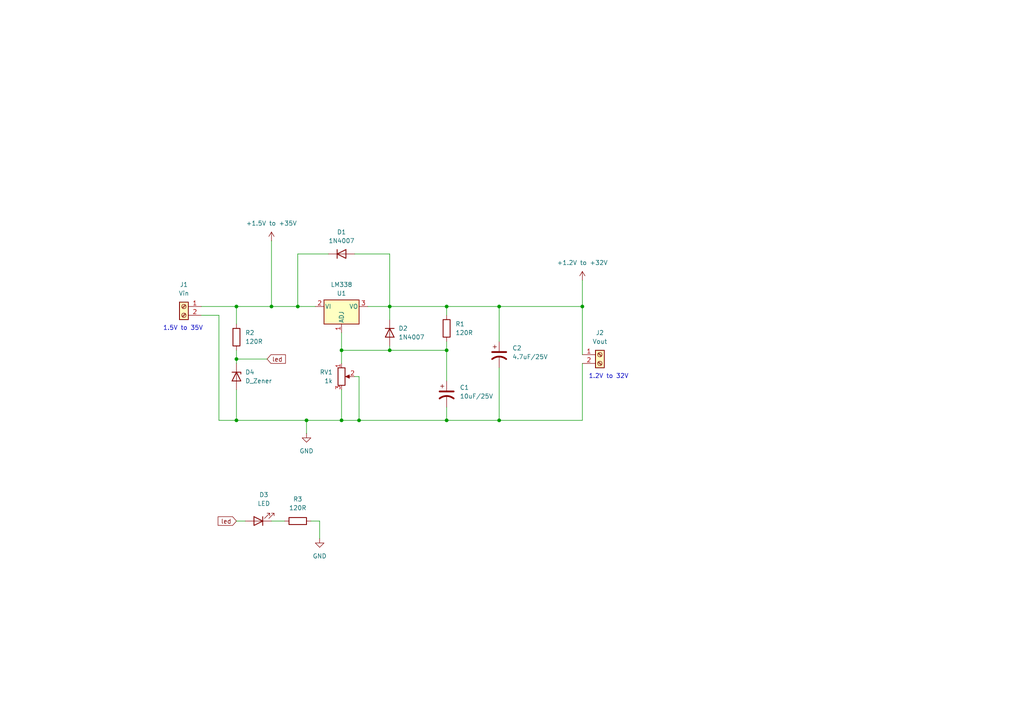
<source format=kicad_sch>
(kicad_sch
	(version 20231120)
	(generator "eeschema")
	(generator_version "8.0")
	(uuid "50a8c730-45ec-464c-af32-18e02e2a843b")
	(paper "A4")
	(lib_symbols
		(symbol "Connector:Screw_Terminal_01x02"
			(pin_names
				(offset 1.016) hide)
			(exclude_from_sim no)
			(in_bom yes)
			(on_board yes)
			(property "Reference" "J"
				(at 0 2.54 0)
				(effects
					(font
						(size 1.27 1.27)
					)
				)
			)
			(property "Value" "Screw_Terminal_01x02"
				(at 0 -5.08 0)
				(effects
					(font
						(size 1.27 1.27)
					)
				)
			)
			(property "Footprint" ""
				(at 0 0 0)
				(effects
					(font
						(size 1.27 1.27)
					)
					(hide yes)
				)
			)
			(property "Datasheet" "~"
				(at 0 0 0)
				(effects
					(font
						(size 1.27 1.27)
					)
					(hide yes)
				)
			)
			(property "Description" "Generic screw terminal, single row, 01x02, script generated (kicad-library-utils/schlib/autogen/connector/)"
				(at 0 0 0)
				(effects
					(font
						(size 1.27 1.27)
					)
					(hide yes)
				)
			)
			(property "ki_keywords" "screw terminal"
				(at 0 0 0)
				(effects
					(font
						(size 1.27 1.27)
					)
					(hide yes)
				)
			)
			(property "ki_fp_filters" "TerminalBlock*:*"
				(at 0 0 0)
				(effects
					(font
						(size 1.27 1.27)
					)
					(hide yes)
				)
			)
			(symbol "Screw_Terminal_01x02_1_1"
				(rectangle
					(start -1.27 1.27)
					(end 1.27 -3.81)
					(stroke
						(width 0.254)
						(type default)
					)
					(fill
						(type background)
					)
				)
				(circle
					(center 0 -2.54)
					(radius 0.635)
					(stroke
						(width 0.1524)
						(type default)
					)
					(fill
						(type none)
					)
				)
				(polyline
					(pts
						(xy -0.5334 -2.2098) (xy 0.3302 -3.048)
					)
					(stroke
						(width 0.1524)
						(type default)
					)
					(fill
						(type none)
					)
				)
				(polyline
					(pts
						(xy -0.5334 0.3302) (xy 0.3302 -0.508)
					)
					(stroke
						(width 0.1524)
						(type default)
					)
					(fill
						(type none)
					)
				)
				(polyline
					(pts
						(xy -0.3556 -2.032) (xy 0.508 -2.8702)
					)
					(stroke
						(width 0.1524)
						(type default)
					)
					(fill
						(type none)
					)
				)
				(polyline
					(pts
						(xy -0.3556 0.508) (xy 0.508 -0.3302)
					)
					(stroke
						(width 0.1524)
						(type default)
					)
					(fill
						(type none)
					)
				)
				(circle
					(center 0 0)
					(radius 0.635)
					(stroke
						(width 0.1524)
						(type default)
					)
					(fill
						(type none)
					)
				)
				(pin passive line
					(at -5.08 0 0)
					(length 3.81)
					(name "Pin_1"
						(effects
							(font
								(size 1.27 1.27)
							)
						)
					)
					(number "1"
						(effects
							(font
								(size 1.27 1.27)
							)
						)
					)
				)
				(pin passive line
					(at -5.08 -2.54 0)
					(length 3.81)
					(name "Pin_2"
						(effects
							(font
								(size 1.27 1.27)
							)
						)
					)
					(number "2"
						(effects
							(font
								(size 1.27 1.27)
							)
						)
					)
				)
			)
		)
		(symbol "Device:C_Polarized_US"
			(pin_numbers hide)
			(pin_names
				(offset 0.254) hide)
			(exclude_from_sim no)
			(in_bom yes)
			(on_board yes)
			(property "Reference" "C"
				(at 0.635 2.54 0)
				(effects
					(font
						(size 1.27 1.27)
					)
					(justify left)
				)
			)
			(property "Value" "C_Polarized_US"
				(at 0.635 -2.54 0)
				(effects
					(font
						(size 1.27 1.27)
					)
					(justify left)
				)
			)
			(property "Footprint" ""
				(at 0 0 0)
				(effects
					(font
						(size 1.27 1.27)
					)
					(hide yes)
				)
			)
			(property "Datasheet" "~"
				(at 0 0 0)
				(effects
					(font
						(size 1.27 1.27)
					)
					(hide yes)
				)
			)
			(property "Description" "Polarized capacitor, US symbol"
				(at 0 0 0)
				(effects
					(font
						(size 1.27 1.27)
					)
					(hide yes)
				)
			)
			(property "ki_keywords" "cap capacitor"
				(at 0 0 0)
				(effects
					(font
						(size 1.27 1.27)
					)
					(hide yes)
				)
			)
			(property "ki_fp_filters" "CP_*"
				(at 0 0 0)
				(effects
					(font
						(size 1.27 1.27)
					)
					(hide yes)
				)
			)
			(symbol "C_Polarized_US_0_1"
				(polyline
					(pts
						(xy -2.032 0.762) (xy 2.032 0.762)
					)
					(stroke
						(width 0.508)
						(type default)
					)
					(fill
						(type none)
					)
				)
				(polyline
					(pts
						(xy -1.778 2.286) (xy -0.762 2.286)
					)
					(stroke
						(width 0)
						(type default)
					)
					(fill
						(type none)
					)
				)
				(polyline
					(pts
						(xy -1.27 1.778) (xy -1.27 2.794)
					)
					(stroke
						(width 0)
						(type default)
					)
					(fill
						(type none)
					)
				)
				(arc
					(start 2.032 -1.27)
					(mid 0 -0.5572)
					(end -2.032 -1.27)
					(stroke
						(width 0.508)
						(type default)
					)
					(fill
						(type none)
					)
				)
			)
			(symbol "C_Polarized_US_1_1"
				(pin passive line
					(at 0 3.81 270)
					(length 2.794)
					(name "~"
						(effects
							(font
								(size 1.27 1.27)
							)
						)
					)
					(number "1"
						(effects
							(font
								(size 1.27 1.27)
							)
						)
					)
				)
				(pin passive line
					(at 0 -3.81 90)
					(length 3.302)
					(name "~"
						(effects
							(font
								(size 1.27 1.27)
							)
						)
					)
					(number "2"
						(effects
							(font
								(size 1.27 1.27)
							)
						)
					)
				)
			)
		)
		(symbol "Device:D_Zener"
			(pin_numbers hide)
			(pin_names
				(offset 1.016) hide)
			(exclude_from_sim no)
			(in_bom yes)
			(on_board yes)
			(property "Reference" "D"
				(at 0 2.54 0)
				(effects
					(font
						(size 1.27 1.27)
					)
				)
			)
			(property "Value" "D_Zener"
				(at 0 -2.54 0)
				(effects
					(font
						(size 1.27 1.27)
					)
				)
			)
			(property "Footprint" ""
				(at 0 0 0)
				(effects
					(font
						(size 1.27 1.27)
					)
					(hide yes)
				)
			)
			(property "Datasheet" "~"
				(at 0 0 0)
				(effects
					(font
						(size 1.27 1.27)
					)
					(hide yes)
				)
			)
			(property "Description" "Zener diode"
				(at 0 0 0)
				(effects
					(font
						(size 1.27 1.27)
					)
					(hide yes)
				)
			)
			(property "ki_keywords" "diode"
				(at 0 0 0)
				(effects
					(font
						(size 1.27 1.27)
					)
					(hide yes)
				)
			)
			(property "ki_fp_filters" "TO-???* *_Diode_* *SingleDiode* D_*"
				(at 0 0 0)
				(effects
					(font
						(size 1.27 1.27)
					)
					(hide yes)
				)
			)
			(symbol "D_Zener_0_1"
				(polyline
					(pts
						(xy 1.27 0) (xy -1.27 0)
					)
					(stroke
						(width 0)
						(type default)
					)
					(fill
						(type none)
					)
				)
				(polyline
					(pts
						(xy -1.27 -1.27) (xy -1.27 1.27) (xy -0.762 1.27)
					)
					(stroke
						(width 0.254)
						(type default)
					)
					(fill
						(type none)
					)
				)
				(polyline
					(pts
						(xy 1.27 -1.27) (xy 1.27 1.27) (xy -1.27 0) (xy 1.27 -1.27)
					)
					(stroke
						(width 0.254)
						(type default)
					)
					(fill
						(type none)
					)
				)
			)
			(symbol "D_Zener_1_1"
				(pin passive line
					(at -3.81 0 0)
					(length 2.54)
					(name "K"
						(effects
							(font
								(size 1.27 1.27)
							)
						)
					)
					(number "1"
						(effects
							(font
								(size 1.27 1.27)
							)
						)
					)
				)
				(pin passive line
					(at 3.81 0 180)
					(length 2.54)
					(name "A"
						(effects
							(font
								(size 1.27 1.27)
							)
						)
					)
					(number "2"
						(effects
							(font
								(size 1.27 1.27)
							)
						)
					)
				)
			)
		)
		(symbol "Device:LED"
			(pin_numbers hide)
			(pin_names
				(offset 1.016) hide)
			(exclude_from_sim no)
			(in_bom yes)
			(on_board yes)
			(property "Reference" "D"
				(at 0 2.54 0)
				(effects
					(font
						(size 1.27 1.27)
					)
				)
			)
			(property "Value" "LED"
				(at 0 -2.54 0)
				(effects
					(font
						(size 1.27 1.27)
					)
				)
			)
			(property "Footprint" ""
				(at 0 0 0)
				(effects
					(font
						(size 1.27 1.27)
					)
					(hide yes)
				)
			)
			(property "Datasheet" "~"
				(at 0 0 0)
				(effects
					(font
						(size 1.27 1.27)
					)
					(hide yes)
				)
			)
			(property "Description" "Light emitting diode"
				(at 0 0 0)
				(effects
					(font
						(size 1.27 1.27)
					)
					(hide yes)
				)
			)
			(property "ki_keywords" "LED diode"
				(at 0 0 0)
				(effects
					(font
						(size 1.27 1.27)
					)
					(hide yes)
				)
			)
			(property "ki_fp_filters" "LED* LED_SMD:* LED_THT:*"
				(at 0 0 0)
				(effects
					(font
						(size 1.27 1.27)
					)
					(hide yes)
				)
			)
			(symbol "LED_0_1"
				(polyline
					(pts
						(xy -1.27 -1.27) (xy -1.27 1.27)
					)
					(stroke
						(width 0.254)
						(type default)
					)
					(fill
						(type none)
					)
				)
				(polyline
					(pts
						(xy -1.27 0) (xy 1.27 0)
					)
					(stroke
						(width 0)
						(type default)
					)
					(fill
						(type none)
					)
				)
				(polyline
					(pts
						(xy 1.27 -1.27) (xy 1.27 1.27) (xy -1.27 0) (xy 1.27 -1.27)
					)
					(stroke
						(width 0.254)
						(type default)
					)
					(fill
						(type none)
					)
				)
				(polyline
					(pts
						(xy -3.048 -0.762) (xy -4.572 -2.286) (xy -3.81 -2.286) (xy -4.572 -2.286) (xy -4.572 -1.524)
					)
					(stroke
						(width 0)
						(type default)
					)
					(fill
						(type none)
					)
				)
				(polyline
					(pts
						(xy -1.778 -0.762) (xy -3.302 -2.286) (xy -2.54 -2.286) (xy -3.302 -2.286) (xy -3.302 -1.524)
					)
					(stroke
						(width 0)
						(type default)
					)
					(fill
						(type none)
					)
				)
			)
			(symbol "LED_1_1"
				(pin passive line
					(at -3.81 0 0)
					(length 2.54)
					(name "K"
						(effects
							(font
								(size 1.27 1.27)
							)
						)
					)
					(number "1"
						(effects
							(font
								(size 1.27 1.27)
							)
						)
					)
				)
				(pin passive line
					(at 3.81 0 180)
					(length 2.54)
					(name "A"
						(effects
							(font
								(size 1.27 1.27)
							)
						)
					)
					(number "2"
						(effects
							(font
								(size 1.27 1.27)
							)
						)
					)
				)
			)
		)
		(symbol "Device:R"
			(pin_numbers hide)
			(pin_names
				(offset 0)
			)
			(exclude_from_sim no)
			(in_bom yes)
			(on_board yes)
			(property "Reference" "R"
				(at 2.032 0 90)
				(effects
					(font
						(size 1.27 1.27)
					)
				)
			)
			(property "Value" "R"
				(at 0 0 90)
				(effects
					(font
						(size 1.27 1.27)
					)
				)
			)
			(property "Footprint" ""
				(at -1.778 0 90)
				(effects
					(font
						(size 1.27 1.27)
					)
					(hide yes)
				)
			)
			(property "Datasheet" "~"
				(at 0 0 0)
				(effects
					(font
						(size 1.27 1.27)
					)
					(hide yes)
				)
			)
			(property "Description" "Resistor"
				(at 0 0 0)
				(effects
					(font
						(size 1.27 1.27)
					)
					(hide yes)
				)
			)
			(property "ki_keywords" "R res resistor"
				(at 0 0 0)
				(effects
					(font
						(size 1.27 1.27)
					)
					(hide yes)
				)
			)
			(property "ki_fp_filters" "R_*"
				(at 0 0 0)
				(effects
					(font
						(size 1.27 1.27)
					)
					(hide yes)
				)
			)
			(symbol "R_0_1"
				(rectangle
					(start -1.016 -2.54)
					(end 1.016 2.54)
					(stroke
						(width 0.254)
						(type default)
					)
					(fill
						(type none)
					)
				)
			)
			(symbol "R_1_1"
				(pin passive line
					(at 0 3.81 270)
					(length 1.27)
					(name "~"
						(effects
							(font
								(size 1.27 1.27)
							)
						)
					)
					(number "1"
						(effects
							(font
								(size 1.27 1.27)
							)
						)
					)
				)
				(pin passive line
					(at 0 -3.81 90)
					(length 1.27)
					(name "~"
						(effects
							(font
								(size 1.27 1.27)
							)
						)
					)
					(number "2"
						(effects
							(font
								(size 1.27 1.27)
							)
						)
					)
				)
			)
		)
		(symbol "Device:R_Potentiometer"
			(pin_names
				(offset 1.016) hide)
			(exclude_from_sim no)
			(in_bom yes)
			(on_board yes)
			(property "Reference" "RV"
				(at -4.445 0 90)
				(effects
					(font
						(size 1.27 1.27)
					)
				)
			)
			(property "Value" "R_Potentiometer"
				(at -2.54 0 90)
				(effects
					(font
						(size 1.27 1.27)
					)
				)
			)
			(property "Footprint" ""
				(at 0 0 0)
				(effects
					(font
						(size 1.27 1.27)
					)
					(hide yes)
				)
			)
			(property "Datasheet" "~"
				(at 0 0 0)
				(effects
					(font
						(size 1.27 1.27)
					)
					(hide yes)
				)
			)
			(property "Description" "Potentiometer"
				(at 0 0 0)
				(effects
					(font
						(size 1.27 1.27)
					)
					(hide yes)
				)
			)
			(property "ki_keywords" "resistor variable"
				(at 0 0 0)
				(effects
					(font
						(size 1.27 1.27)
					)
					(hide yes)
				)
			)
			(property "ki_fp_filters" "Potentiometer*"
				(at 0 0 0)
				(effects
					(font
						(size 1.27 1.27)
					)
					(hide yes)
				)
			)
			(symbol "R_Potentiometer_0_1"
				(polyline
					(pts
						(xy 2.54 0) (xy 1.524 0)
					)
					(stroke
						(width 0)
						(type default)
					)
					(fill
						(type none)
					)
				)
				(polyline
					(pts
						(xy 1.143 0) (xy 2.286 0.508) (xy 2.286 -0.508) (xy 1.143 0)
					)
					(stroke
						(width 0)
						(type default)
					)
					(fill
						(type outline)
					)
				)
				(rectangle
					(start 1.016 2.54)
					(end -1.016 -2.54)
					(stroke
						(width 0.254)
						(type default)
					)
					(fill
						(type none)
					)
				)
			)
			(symbol "R_Potentiometer_1_1"
				(pin passive line
					(at 0 3.81 270)
					(length 1.27)
					(name "1"
						(effects
							(font
								(size 1.27 1.27)
							)
						)
					)
					(number "1"
						(effects
							(font
								(size 1.27 1.27)
							)
						)
					)
				)
				(pin passive line
					(at 3.81 0 180)
					(length 1.27)
					(name "2"
						(effects
							(font
								(size 1.27 1.27)
							)
						)
					)
					(number "2"
						(effects
							(font
								(size 1.27 1.27)
							)
						)
					)
				)
				(pin passive line
					(at 0 -3.81 90)
					(length 1.27)
					(name "3"
						(effects
							(font
								(size 1.27 1.27)
							)
						)
					)
					(number "3"
						(effects
							(font
								(size 1.27 1.27)
							)
						)
					)
				)
			)
		)
		(symbol "Diode:1N4007"
			(pin_numbers hide)
			(pin_names hide)
			(exclude_from_sim no)
			(in_bom yes)
			(on_board yes)
			(property "Reference" "D"
				(at 0 2.54 0)
				(effects
					(font
						(size 1.27 1.27)
					)
				)
			)
			(property "Value" "1N4007"
				(at 0 -2.54 0)
				(effects
					(font
						(size 1.27 1.27)
					)
				)
			)
			(property "Footprint" "Diode_THT:D_DO-41_SOD81_P10.16mm_Horizontal"
				(at 0 -4.445 0)
				(effects
					(font
						(size 1.27 1.27)
					)
					(hide yes)
				)
			)
			(property "Datasheet" "http://www.vishay.com/docs/88503/1n4001.pdf"
				(at 0 0 0)
				(effects
					(font
						(size 1.27 1.27)
					)
					(hide yes)
				)
			)
			(property "Description" "1000V 1A General Purpose Rectifier Diode, DO-41"
				(at 0 0 0)
				(effects
					(font
						(size 1.27 1.27)
					)
					(hide yes)
				)
			)
			(property "Sim.Device" "D"
				(at 0 0 0)
				(effects
					(font
						(size 1.27 1.27)
					)
					(hide yes)
				)
			)
			(property "Sim.Pins" "1=K 2=A"
				(at 0 0 0)
				(effects
					(font
						(size 1.27 1.27)
					)
					(hide yes)
				)
			)
			(property "ki_keywords" "diode"
				(at 0 0 0)
				(effects
					(font
						(size 1.27 1.27)
					)
					(hide yes)
				)
			)
			(property "ki_fp_filters" "D*DO?41*"
				(at 0 0 0)
				(effects
					(font
						(size 1.27 1.27)
					)
					(hide yes)
				)
			)
			(symbol "1N4007_0_1"
				(polyline
					(pts
						(xy -1.27 1.27) (xy -1.27 -1.27)
					)
					(stroke
						(width 0.254)
						(type default)
					)
					(fill
						(type none)
					)
				)
				(polyline
					(pts
						(xy 1.27 0) (xy -1.27 0)
					)
					(stroke
						(width 0)
						(type default)
					)
					(fill
						(type none)
					)
				)
				(polyline
					(pts
						(xy 1.27 1.27) (xy 1.27 -1.27) (xy -1.27 0) (xy 1.27 1.27)
					)
					(stroke
						(width 0.254)
						(type default)
					)
					(fill
						(type none)
					)
				)
			)
			(symbol "1N4007_1_1"
				(pin passive line
					(at -3.81 0 0)
					(length 2.54)
					(name "K"
						(effects
							(font
								(size 1.27 1.27)
							)
						)
					)
					(number "1"
						(effects
							(font
								(size 1.27 1.27)
							)
						)
					)
				)
				(pin passive line
					(at 3.81 0 180)
					(length 2.54)
					(name "A"
						(effects
							(font
								(size 1.27 1.27)
							)
						)
					)
					(number "2"
						(effects
							(font
								(size 1.27 1.27)
							)
						)
					)
				)
			)
		)
		(symbol "Regulator_Linear:LM337_SOT223"
			(pin_names
				(offset 0.254)
			)
			(exclude_from_sim no)
			(in_bom yes)
			(on_board yes)
			(property "Reference" "U"
				(at -3.81 -3.175 0)
				(effects
					(font
						(size 1.27 1.27)
					)
				)
			)
			(property "Value" "LM337_SOT223"
				(at 0 -3.175 0)
				(effects
					(font
						(size 1.27 1.27)
					)
					(justify left)
				)
			)
			(property "Footprint" "Package_TO_SOT_SMD:SOT-223-3_TabPin2"
				(at 0 -5.08 0)
				(effects
					(font
						(size 1.27 1.27)
						(italic yes)
					)
					(hide yes)
				)
			)
			(property "Datasheet" "http://www.ti.com/lit/ds/symlink/lm337-n.pdf"
				(at 0 0 0)
				(effects
					(font
						(size 1.27 1.27)
					)
					(hide yes)
				)
			)
			(property "Description" "Negative 1A 35V Adjustable Linear Regulator, SOT-223"
				(at 0 0 0)
				(effects
					(font
						(size 1.27 1.27)
					)
					(hide yes)
				)
			)
			(property "ki_keywords" "Adjustable Voltage Regulator 1A Negative"
				(at 0 0 0)
				(effects
					(font
						(size 1.27 1.27)
					)
					(hide yes)
				)
			)
			(property "ki_fp_filters" "SOT?223*"
				(at 0 0 0)
				(effects
					(font
						(size 1.27 1.27)
					)
					(hide yes)
				)
			)
			(symbol "LM337_SOT223_0_1"
				(rectangle
					(start -5.08 5.08)
					(end 5.08 -1.905)
					(stroke
						(width 0.254)
						(type default)
					)
					(fill
						(type background)
					)
				)
			)
			(symbol "LM337_SOT223_1_1"
				(pin input line
					(at 0 7.62 270)
					(length 2.54)
					(name "ADJ"
						(effects
							(font
								(size 1.27 1.27)
							)
						)
					)
					(number "1"
						(effects
							(font
								(size 1.27 1.27)
							)
						)
					)
				)
				(pin power_in line
					(at -7.62 0 0)
					(length 2.54)
					(name "VI"
						(effects
							(font
								(size 1.27 1.27)
							)
						)
					)
					(number "2"
						(effects
							(font
								(size 1.27 1.27)
							)
						)
					)
				)
				(pin power_out line
					(at 7.62 0 180)
					(length 2.54)
					(name "VO"
						(effects
							(font
								(size 1.27 1.27)
							)
						)
					)
					(number "3"
						(effects
							(font
								(size 1.27 1.27)
							)
						)
					)
				)
			)
		)
		(symbol "power:+5V"
			(power)
			(pin_numbers hide)
			(pin_names
				(offset 0) hide)
			(exclude_from_sim no)
			(in_bom yes)
			(on_board yes)
			(property "Reference" "#PWR"
				(at 0 -3.81 0)
				(effects
					(font
						(size 1.27 1.27)
					)
					(hide yes)
				)
			)
			(property "Value" "+5V"
				(at 0 3.556 0)
				(effects
					(font
						(size 1.27 1.27)
					)
				)
			)
			(property "Footprint" ""
				(at 0 0 0)
				(effects
					(font
						(size 1.27 1.27)
					)
					(hide yes)
				)
			)
			(property "Datasheet" ""
				(at 0 0 0)
				(effects
					(font
						(size 1.27 1.27)
					)
					(hide yes)
				)
			)
			(property "Description" "Power symbol creates a global label with name \"+5V\""
				(at 0 0 0)
				(effects
					(font
						(size 1.27 1.27)
					)
					(hide yes)
				)
			)
			(property "ki_keywords" "global power"
				(at 0 0 0)
				(effects
					(font
						(size 1.27 1.27)
					)
					(hide yes)
				)
			)
			(symbol "+5V_0_1"
				(polyline
					(pts
						(xy -0.762 1.27) (xy 0 2.54)
					)
					(stroke
						(width 0)
						(type default)
					)
					(fill
						(type none)
					)
				)
				(polyline
					(pts
						(xy 0 0) (xy 0 2.54)
					)
					(stroke
						(width 0)
						(type default)
					)
					(fill
						(type none)
					)
				)
				(polyline
					(pts
						(xy 0 2.54) (xy 0.762 1.27)
					)
					(stroke
						(width 0)
						(type default)
					)
					(fill
						(type none)
					)
				)
			)
			(symbol "+5V_1_1"
				(pin power_in line
					(at 0 0 90)
					(length 0)
					(name "~"
						(effects
							(font
								(size 1.27 1.27)
							)
						)
					)
					(number "1"
						(effects
							(font
								(size 1.27 1.27)
							)
						)
					)
				)
			)
		)
		(symbol "power:GND"
			(power)
			(pin_numbers hide)
			(pin_names
				(offset 0) hide)
			(exclude_from_sim no)
			(in_bom yes)
			(on_board yes)
			(property "Reference" "#PWR"
				(at 0 -6.35 0)
				(effects
					(font
						(size 1.27 1.27)
					)
					(hide yes)
				)
			)
			(property "Value" "GND"
				(at 0 -3.81 0)
				(effects
					(font
						(size 1.27 1.27)
					)
				)
			)
			(property "Footprint" ""
				(at 0 0 0)
				(effects
					(font
						(size 1.27 1.27)
					)
					(hide yes)
				)
			)
			(property "Datasheet" ""
				(at 0 0 0)
				(effects
					(font
						(size 1.27 1.27)
					)
					(hide yes)
				)
			)
			(property "Description" "Power symbol creates a global label with name \"GND\" , ground"
				(at 0 0 0)
				(effects
					(font
						(size 1.27 1.27)
					)
					(hide yes)
				)
			)
			(property "ki_keywords" "global power"
				(at 0 0 0)
				(effects
					(font
						(size 1.27 1.27)
					)
					(hide yes)
				)
			)
			(symbol "GND_0_1"
				(polyline
					(pts
						(xy 0 0) (xy 0 -1.27) (xy 1.27 -1.27) (xy 0 -2.54) (xy -1.27 -1.27) (xy 0 -1.27)
					)
					(stroke
						(width 0)
						(type default)
					)
					(fill
						(type none)
					)
				)
			)
			(symbol "GND_1_1"
				(pin power_in line
					(at 0 0 270)
					(length 0)
					(name "~"
						(effects
							(font
								(size 1.27 1.27)
							)
						)
					)
					(number "1"
						(effects
							(font
								(size 1.27 1.27)
							)
						)
					)
				)
			)
		)
	)
	(junction
		(at 88.9 121.92)
		(diameter 0)
		(color 0 0 0 0)
		(uuid "101c9228-b88f-436a-8d94-ccea23925fc2")
	)
	(junction
		(at 68.58 104.14)
		(diameter 0)
		(color 0 0 0 0)
		(uuid "14d0e063-6ccc-43a1-bec4-573e13ef2050")
	)
	(junction
		(at 144.78 121.92)
		(diameter 0)
		(color 0 0 0 0)
		(uuid "17e04192-aedb-4cff-98eb-35b9e4d389a1")
	)
	(junction
		(at 78.74 88.9)
		(diameter 0)
		(color 0 0 0 0)
		(uuid "1e97834a-4a57-42d9-ad3c-603d0aa300a1")
	)
	(junction
		(at 168.91 88.9)
		(diameter 0)
		(color 0 0 0 0)
		(uuid "2705c2b5-0104-4fb8-9750-964b2a15246d")
	)
	(junction
		(at 144.78 88.9)
		(diameter 0)
		(color 0 0 0 0)
		(uuid "334c7fb1-a064-4ff4-9fda-10e795a46a27")
	)
	(junction
		(at 113.03 88.9)
		(diameter 0)
		(color 0 0 0 0)
		(uuid "4b9107c8-ee45-49ef-b472-2ffccf1e75fe")
	)
	(junction
		(at 99.06 121.92)
		(diameter 0)
		(color 0 0 0 0)
		(uuid "4bbd38a5-1486-4735-84a8-67443836649e")
	)
	(junction
		(at 68.58 88.9)
		(diameter 0)
		(color 0 0 0 0)
		(uuid "64853510-ef99-475f-9692-5e1b875f3134")
	)
	(junction
		(at 68.58 121.92)
		(diameter 0)
		(color 0 0 0 0)
		(uuid "8e3fc701-024f-4cef-a7d8-d5d76cc19e13")
	)
	(junction
		(at 129.54 101.6)
		(diameter 0)
		(color 0 0 0 0)
		(uuid "8f53c3af-0af6-4bc1-95b4-a5fccdee9c01")
	)
	(junction
		(at 99.06 101.6)
		(diameter 0)
		(color 0 0 0 0)
		(uuid "c0ac7808-7ddc-4a1f-bcf9-adac34720e26")
	)
	(junction
		(at 86.36 88.9)
		(diameter 0)
		(color 0 0 0 0)
		(uuid "c2d1353d-28bf-404b-aac0-0d347920f8c8")
	)
	(junction
		(at 129.54 121.92)
		(diameter 0)
		(color 0 0 0 0)
		(uuid "c58dcd0a-f8ac-46ae-84b9-82aeee3080e7")
	)
	(junction
		(at 113.03 101.6)
		(diameter 0)
		(color 0 0 0 0)
		(uuid "c5e72c73-2b15-46fc-9555-01e98b66343c")
	)
	(junction
		(at 104.14 121.92)
		(diameter 0)
		(color 0 0 0 0)
		(uuid "ccc16721-8302-41a9-8b79-76a93e3b836c")
	)
	(junction
		(at 129.54 88.9)
		(diameter 0)
		(color 0 0 0 0)
		(uuid "fd7c448c-a71d-4cc3-9d26-7c3ba878399e")
	)
	(wire
		(pts
			(xy 129.54 99.06) (xy 129.54 101.6)
		)
		(stroke
			(width 0)
			(type default)
		)
		(uuid "02bc58e6-c187-46cc-be45-61f6759b0181")
	)
	(wire
		(pts
			(xy 68.58 121.92) (xy 63.5 121.92)
		)
		(stroke
			(width 0)
			(type default)
		)
		(uuid "04a611c8-03ab-4d72-ba3b-81910d860e2c")
	)
	(wire
		(pts
			(xy 144.78 121.92) (xy 129.54 121.92)
		)
		(stroke
			(width 0)
			(type default)
		)
		(uuid "086a5183-7b90-4d18-a751-38416b784935")
	)
	(wire
		(pts
			(xy 113.03 73.66) (xy 102.87 73.66)
		)
		(stroke
			(width 0)
			(type default)
		)
		(uuid "089ccf0e-73f9-4179-8686-f6c70ac83ad6")
	)
	(wire
		(pts
			(xy 99.06 96.52) (xy 99.06 101.6)
		)
		(stroke
			(width 0)
			(type default)
		)
		(uuid "09b46022-3b34-45a6-980a-6e6cd0cfa5dc")
	)
	(wire
		(pts
			(xy 99.06 101.6) (xy 99.06 105.41)
		)
		(stroke
			(width 0)
			(type default)
		)
		(uuid "0b02ae88-63d9-41e1-aa60-8a1bb764cf76")
	)
	(wire
		(pts
			(xy 129.54 101.6) (xy 113.03 101.6)
		)
		(stroke
			(width 0)
			(type default)
		)
		(uuid "0d6b8add-7de3-447f-8b1f-fdba0a59f988")
	)
	(wire
		(pts
			(xy 63.5 91.44) (xy 58.42 91.44)
		)
		(stroke
			(width 0)
			(type default)
		)
		(uuid "0de66dce-1e34-406e-a602-986b09ce9666")
	)
	(wire
		(pts
			(xy 129.54 91.44) (xy 129.54 88.9)
		)
		(stroke
			(width 0)
			(type default)
		)
		(uuid "16f549d1-5f96-4f5c-b132-513ece5a04c2")
	)
	(wire
		(pts
			(xy 113.03 88.9) (xy 113.03 73.66)
		)
		(stroke
			(width 0)
			(type default)
		)
		(uuid "19369045-890a-4d59-b000-0be0093b2bcd")
	)
	(wire
		(pts
			(xy 129.54 121.92) (xy 104.14 121.92)
		)
		(stroke
			(width 0)
			(type default)
		)
		(uuid "1d4221bd-fae2-4b59-9dfe-cacc0a9de162")
	)
	(wire
		(pts
			(xy 144.78 99.06) (xy 144.78 88.9)
		)
		(stroke
			(width 0)
			(type default)
		)
		(uuid "255e9f0e-5806-4134-9973-2ceb732bbe7c")
	)
	(wire
		(pts
			(xy 68.58 101.6) (xy 68.58 104.14)
		)
		(stroke
			(width 0)
			(type default)
		)
		(uuid "2d9ca04f-b039-42e9-9552-82607f155de7")
	)
	(wire
		(pts
			(xy 104.14 109.22) (xy 104.14 121.92)
		)
		(stroke
			(width 0)
			(type default)
		)
		(uuid "34dd575d-d7ef-4824-ac50-f336ad6deb40")
	)
	(wire
		(pts
			(xy 104.14 121.92) (xy 99.06 121.92)
		)
		(stroke
			(width 0)
			(type default)
		)
		(uuid "39a13bfe-de12-4a50-8cbb-3424fa9b337e")
	)
	(wire
		(pts
			(xy 68.58 88.9) (xy 78.74 88.9)
		)
		(stroke
			(width 0)
			(type default)
		)
		(uuid "3ce5579d-2a55-42f1-a70b-6f8e35367248")
	)
	(wire
		(pts
			(xy 129.54 101.6) (xy 129.54 110.49)
		)
		(stroke
			(width 0)
			(type default)
		)
		(uuid "40011574-4b43-4faa-ae24-d2b916306e86")
	)
	(wire
		(pts
			(xy 90.17 151.13) (xy 92.71 151.13)
		)
		(stroke
			(width 0)
			(type default)
		)
		(uuid "42a11fcc-d234-4baa-a397-49924b5b8b18")
	)
	(wire
		(pts
			(xy 88.9 121.92) (xy 68.58 121.92)
		)
		(stroke
			(width 0)
			(type default)
		)
		(uuid "52143c8c-c0e9-49ec-87f1-2c6ea6201efd")
	)
	(wire
		(pts
			(xy 63.5 121.92) (xy 63.5 91.44)
		)
		(stroke
			(width 0)
			(type default)
		)
		(uuid "6007c6cd-264b-44dc-a8e4-d205574e6b11")
	)
	(wire
		(pts
			(xy 168.91 81.28) (xy 168.91 88.9)
		)
		(stroke
			(width 0)
			(type default)
		)
		(uuid "60916c74-1433-46a5-9b91-171bff2b41c4")
	)
	(wire
		(pts
			(xy 99.06 121.92) (xy 88.9 121.92)
		)
		(stroke
			(width 0)
			(type default)
		)
		(uuid "62283eea-2887-407f-9cde-7aea8f9ae020")
	)
	(wire
		(pts
			(xy 88.9 121.92) (xy 88.9 125.73)
		)
		(stroke
			(width 0)
			(type default)
		)
		(uuid "635519b7-71f0-4430-bd54-9375a4b00c67")
	)
	(wire
		(pts
			(xy 168.91 102.87) (xy 168.91 88.9)
		)
		(stroke
			(width 0)
			(type default)
		)
		(uuid "6fadb23d-1060-4b1a-901f-50e11f102aa2")
	)
	(wire
		(pts
			(xy 168.91 105.41) (xy 168.91 121.92)
		)
		(stroke
			(width 0)
			(type default)
		)
		(uuid "7bd77185-b544-4473-a7ea-2ca7f48322be")
	)
	(wire
		(pts
			(xy 144.78 106.68) (xy 144.78 121.92)
		)
		(stroke
			(width 0)
			(type default)
		)
		(uuid "7ebacbd5-7173-4ccd-b59f-5f6ea6ee5a5c")
	)
	(wire
		(pts
			(xy 129.54 118.11) (xy 129.54 121.92)
		)
		(stroke
			(width 0)
			(type default)
		)
		(uuid "8725643f-daef-46bb-b64c-666b95fea009")
	)
	(wire
		(pts
			(xy 68.58 88.9) (xy 68.58 93.98)
		)
		(stroke
			(width 0)
			(type default)
		)
		(uuid "925df890-bd11-476a-8c99-051d2a87513c")
	)
	(wire
		(pts
			(xy 58.42 88.9) (xy 68.58 88.9)
		)
		(stroke
			(width 0)
			(type default)
		)
		(uuid "94bc0caa-8dd5-4d65-852c-57db9d58e668")
	)
	(wire
		(pts
			(xy 106.68 88.9) (xy 113.03 88.9)
		)
		(stroke
			(width 0)
			(type default)
		)
		(uuid "9a5a7e8b-c283-4451-a6d4-196fa74d6c87")
	)
	(wire
		(pts
			(xy 68.58 104.14) (xy 68.58 105.41)
		)
		(stroke
			(width 0)
			(type default)
		)
		(uuid "9c6bbe3a-5ed0-444d-b680-9559b1696b7b")
	)
	(wire
		(pts
			(xy 92.71 151.13) (xy 92.71 156.21)
		)
		(stroke
			(width 0)
			(type default)
		)
		(uuid "a4c3ec2d-51fb-4af2-8201-2bb803d3e0ea")
	)
	(wire
		(pts
			(xy 168.91 121.92) (xy 144.78 121.92)
		)
		(stroke
			(width 0)
			(type default)
		)
		(uuid "ae758000-d0ef-4957-a480-0582fadde3f8")
	)
	(wire
		(pts
			(xy 78.74 151.13) (xy 82.55 151.13)
		)
		(stroke
			(width 0)
			(type default)
		)
		(uuid "aed25fca-38d9-4b41-905d-065ff38a8db2")
	)
	(wire
		(pts
			(xy 99.06 101.6) (xy 113.03 101.6)
		)
		(stroke
			(width 0)
			(type default)
		)
		(uuid "af3f64b4-b5ed-4df5-9a0e-072d261c124d")
	)
	(wire
		(pts
			(xy 86.36 88.9) (xy 91.44 88.9)
		)
		(stroke
			(width 0)
			(type default)
		)
		(uuid "b4b1b1d7-efdf-4766-8764-785dd3f654e6")
	)
	(wire
		(pts
			(xy 68.58 113.03) (xy 68.58 121.92)
		)
		(stroke
			(width 0)
			(type default)
		)
		(uuid "ba080da1-65e7-495a-b7fe-0d236c391446")
	)
	(wire
		(pts
			(xy 144.78 88.9) (xy 168.91 88.9)
		)
		(stroke
			(width 0)
			(type default)
		)
		(uuid "baea40d9-3fc1-43c5-ad73-48f33acc10a6")
	)
	(wire
		(pts
			(xy 86.36 73.66) (xy 86.36 88.9)
		)
		(stroke
			(width 0)
			(type default)
		)
		(uuid "c2975891-2881-4a10-8cd6-01b34e58e556")
	)
	(wire
		(pts
			(xy 129.54 88.9) (xy 113.03 88.9)
		)
		(stroke
			(width 0)
			(type default)
		)
		(uuid "c4e55503-ac54-4176-be7d-50c95817ee86")
	)
	(wire
		(pts
			(xy 102.87 109.22) (xy 104.14 109.22)
		)
		(stroke
			(width 0)
			(type default)
		)
		(uuid "c9100897-a474-4941-a606-474de4a6ab99")
	)
	(wire
		(pts
			(xy 78.74 88.9) (xy 86.36 88.9)
		)
		(stroke
			(width 0)
			(type default)
		)
		(uuid "ccd4bdf9-3ca0-4228-9df1-ab51c55216ad")
	)
	(wire
		(pts
			(xy 77.47 104.14) (xy 68.58 104.14)
		)
		(stroke
			(width 0)
			(type default)
		)
		(uuid "d5733f62-3943-4f15-b1e9-a3e8b8d7fd3c")
	)
	(wire
		(pts
			(xy 99.06 113.03) (xy 99.06 121.92)
		)
		(stroke
			(width 0)
			(type default)
		)
		(uuid "d614fb89-fda5-410c-adf2-cd21ab9a412b")
	)
	(wire
		(pts
			(xy 95.25 73.66) (xy 86.36 73.66)
		)
		(stroke
			(width 0)
			(type default)
		)
		(uuid "ea18d018-5ace-42fa-bc7b-40171a77ea90")
	)
	(wire
		(pts
			(xy 68.58 151.13) (xy 71.12 151.13)
		)
		(stroke
			(width 0)
			(type default)
		)
		(uuid "ed892659-084f-49fd-aed0-18ae2cf3a023")
	)
	(wire
		(pts
			(xy 78.74 69.85) (xy 78.74 88.9)
		)
		(stroke
			(width 0)
			(type default)
		)
		(uuid "edbdd10f-9865-4595-a440-f1a623522280")
	)
	(wire
		(pts
			(xy 144.78 88.9) (xy 129.54 88.9)
		)
		(stroke
			(width 0)
			(type default)
		)
		(uuid "f70a0234-7c02-49cb-862a-2c6714b47ab0")
	)
	(wire
		(pts
			(xy 113.03 88.9) (xy 113.03 92.71)
		)
		(stroke
			(width 0)
			(type default)
		)
		(uuid "fa69b7ff-e830-4693-885f-a62536e4b078")
	)
	(wire
		(pts
			(xy 113.03 101.6) (xy 113.03 100.33)
		)
		(stroke
			(width 0)
			(type default)
		)
		(uuid "fc92bf0f-e5b0-4bf6-b460-2556518d5439")
	)
	(text "1.5V to 35V"
		(exclude_from_sim no)
		(at 53.086 95.25 0)
		(effects
			(font
				(size 1.27 1.27)
			)
		)
		(uuid "0ed3896e-c445-44f3-80a8-36a76dd229d2")
	)
	(text "1.2V to 32V"
		(exclude_from_sim no)
		(at 176.53 109.22 0)
		(effects
			(font
				(size 1.27 1.27)
			)
		)
		(uuid "434c0b5f-9530-4850-883e-ae643935e535")
	)
	(global_label "led"
		(shape input)
		(at 68.58 151.13 180)
		(fields_autoplaced yes)
		(effects
			(font
				(size 1.27 1.27)
			)
			(justify right)
		)
		(uuid "63a0ee60-4f69-4625-883c-cb3c2b09e870")
		(property "Intersheetrefs" "${INTERSHEET_REFS}"
			(at 62.692 151.13 0)
			(effects
				(font
					(size 1.27 1.27)
				)
				(justify right)
				(hide yes)
			)
		)
	)
	(global_label "led"
		(shape input)
		(at 77.47 104.14 0)
		(fields_autoplaced yes)
		(effects
			(font
				(size 1.27 1.27)
			)
			(justify left)
		)
		(uuid "ea211076-59e3-4571-bbe3-3977e9c082f6")
		(property "Intersheetrefs" "${INTERSHEET_REFS}"
			(at 83.358 104.14 0)
			(effects
				(font
					(size 1.27 1.27)
				)
				(justify left)
				(hide yes)
			)
		)
	)
	(symbol
		(lib_id "Device:D_Zener")
		(at 68.58 109.22 270)
		(unit 1)
		(exclude_from_sim no)
		(in_bom yes)
		(on_board yes)
		(dnp no)
		(fields_autoplaced yes)
		(uuid "030d9b58-1735-4547-b5f8-3c58a1954ab2")
		(property "Reference" "D4"
			(at 71.12 107.9499 90)
			(effects
				(font
					(size 1.27 1.27)
				)
				(justify left)
			)
		)
		(property "Value" "D_Zener"
			(at 71.12 110.4899 90)
			(effects
				(font
					(size 1.27 1.27)
				)
				(justify left)
			)
		)
		(property "Footprint" "Diode_SMD:D_0805_2012Metric_Pad1.15x1.40mm_HandSolder"
			(at 68.58 109.22 0)
			(effects
				(font
					(size 1.27 1.27)
				)
				(hide yes)
			)
		)
		(property "Datasheet" "~"
			(at 68.58 109.22 0)
			(effects
				(font
					(size 1.27 1.27)
				)
				(hide yes)
			)
		)
		(property "Description" "Zener diode"
			(at 68.58 109.22 0)
			(effects
				(font
					(size 1.27 1.27)
				)
				(hide yes)
			)
		)
		(pin "2"
			(uuid "32083aed-d592-4eb0-afaa-5adadf2e4bef")
		)
		(pin "1"
			(uuid "baab1af4-cd73-40ba-a517-344ec95f4f7c")
		)
		(instances
			(project "voltage regulator"
				(path "/50a8c730-45ec-464c-af32-18e02e2a843b"
					(reference "D4")
					(unit 1)
				)
			)
		)
	)
	(symbol
		(lib_id "Device:LED")
		(at 74.93 151.13 180)
		(unit 1)
		(exclude_from_sim no)
		(in_bom yes)
		(on_board yes)
		(dnp no)
		(fields_autoplaced yes)
		(uuid "163430e9-3849-4c0e-8b33-62e2c127da8b")
		(property "Reference" "D3"
			(at 76.5175 143.51 0)
			(effects
				(font
					(size 1.27 1.27)
				)
			)
		)
		(property "Value" "LED"
			(at 76.5175 146.05 0)
			(effects
				(font
					(size 1.27 1.27)
				)
			)
		)
		(property "Footprint" "LED_SMD:LED_1206_3216Metric"
			(at 74.93 151.13 0)
			(effects
				(font
					(size 1.27 1.27)
				)
				(hide yes)
			)
		)
		(property "Datasheet" "~"
			(at 74.93 151.13 0)
			(effects
				(font
					(size 1.27 1.27)
				)
				(hide yes)
			)
		)
		(property "Description" "Light emitting diode"
			(at 74.93 151.13 0)
			(effects
				(font
					(size 1.27 1.27)
				)
				(hide yes)
			)
		)
		(pin "1"
			(uuid "026f0377-1b21-4060-84de-807cdfd0af0e")
		)
		(pin "2"
			(uuid "7f15ffe9-3546-495f-94a4-63346017fbdd")
		)
		(instances
			(project "voltage regulator"
				(path "/50a8c730-45ec-464c-af32-18e02e2a843b"
					(reference "D3")
					(unit 1)
				)
			)
		)
	)
	(symbol
		(lib_id "Regulator_Linear:LM337_SOT223")
		(at 99.06 88.9 0)
		(mirror x)
		(unit 1)
		(exclude_from_sim no)
		(in_bom yes)
		(on_board yes)
		(dnp no)
		(uuid "2cb5fcdd-4c8e-4e0e-a892-09badae267cb")
		(property "Reference" "U1"
			(at 99.06 85.09 0)
			(effects
				(font
					(size 1.27 1.27)
				)
			)
		)
		(property "Value" "LM338"
			(at 99.06 82.55 0)
			(effects
				(font
					(size 1.27 1.27)
				)
			)
		)
		(property "Footprint" "Package_TO_SOT_SMD:SOT-223-3_TabPin2"
			(at 99.06 83.82 0)
			(effects
				(font
					(size 1.27 1.27)
					(italic yes)
				)
				(hide yes)
			)
		)
		(property "Datasheet" "http://www.ti.com/lit/ds/symlink/lm337-n.pdf"
			(at 99.06 88.9 0)
			(effects
				(font
					(size 1.27 1.27)
				)
				(hide yes)
			)
		)
		(property "Description" "Negative 1A 35V Adjustable Linear Regulator, SOT-223"
			(at 99.06 88.9 0)
			(effects
				(font
					(size 1.27 1.27)
				)
				(hide yes)
			)
		)
		(pin "1"
			(uuid "1e981ef6-c3f3-4a24-9386-16d6ac88990a")
		)
		(pin "2"
			(uuid "de77cbd7-949f-4de1-a5dd-35b8b52606b0")
		)
		(pin "3"
			(uuid "14aa4b5b-8875-41c6-bb7f-d29bad24de7f")
		)
		(instances
			(project "voltage regulator"
				(path "/50a8c730-45ec-464c-af32-18e02e2a843b"
					(reference "U1")
					(unit 1)
				)
			)
		)
	)
	(symbol
		(lib_id "Diode:1N4007")
		(at 113.03 96.52 270)
		(unit 1)
		(exclude_from_sim no)
		(in_bom yes)
		(on_board yes)
		(dnp no)
		(fields_autoplaced yes)
		(uuid "469172d2-21f7-4157-9616-05123c04b7c8")
		(property "Reference" "D2"
			(at 115.57 95.2499 90)
			(effects
				(font
					(size 1.27 1.27)
				)
				(justify left)
			)
		)
		(property "Value" "1N4007"
			(at 115.57 97.7899 90)
			(effects
				(font
					(size 1.27 1.27)
				)
				(justify left)
			)
		)
		(property "Footprint" "Diode_THT:D_DO-41_SOD81_P10.16mm_Horizontal"
			(at 108.585 96.52 0)
			(effects
				(font
					(size 1.27 1.27)
				)
				(hide yes)
			)
		)
		(property "Datasheet" "http://www.vishay.com/docs/88503/1n4001.pdf"
			(at 113.03 96.52 0)
			(effects
				(font
					(size 1.27 1.27)
				)
				(hide yes)
			)
		)
		(property "Description" "1000V 1A General Purpose Rectifier Diode, DO-41"
			(at 113.03 96.52 0)
			(effects
				(font
					(size 1.27 1.27)
				)
				(hide yes)
			)
		)
		(property "Sim.Device" "D"
			(at 113.03 96.52 0)
			(effects
				(font
					(size 1.27 1.27)
				)
				(hide yes)
			)
		)
		(property "Sim.Pins" "1=K 2=A"
			(at 113.03 96.52 0)
			(effects
				(font
					(size 1.27 1.27)
				)
				(hide yes)
			)
		)
		(pin "2"
			(uuid "453157e4-249c-4fad-b897-1a514ff58aec")
		)
		(pin "1"
			(uuid "ca301415-48f9-4ed0-9b1d-cb5b8e26d364")
		)
		(instances
			(project "voltage regulator"
				(path "/50a8c730-45ec-464c-af32-18e02e2a843b"
					(reference "D2")
					(unit 1)
				)
			)
		)
	)
	(symbol
		(lib_id "Device:R")
		(at 68.58 97.79 0)
		(unit 1)
		(exclude_from_sim no)
		(in_bom yes)
		(on_board yes)
		(dnp no)
		(fields_autoplaced yes)
		(uuid "526b29e0-150d-4971-8c65-d7b0bd40e1e4")
		(property "Reference" "R2"
			(at 71.12 96.5199 0)
			(effects
				(font
					(size 1.27 1.27)
				)
				(justify left)
			)
		)
		(property "Value" "120R"
			(at 71.12 99.0599 0)
			(effects
				(font
					(size 1.27 1.27)
				)
				(justify left)
			)
		)
		(property "Footprint" "Resistor_SMD:R_1206_3216Metric_Pad1.30x1.75mm_HandSolder"
			(at 66.802 97.79 90)
			(effects
				(font
					(size 1.27 1.27)
				)
				(hide yes)
			)
		)
		(property "Datasheet" "~"
			(at 68.58 97.79 0)
			(effects
				(font
					(size 1.27 1.27)
				)
				(hide yes)
			)
		)
		(property "Description" "Resistor"
			(at 68.58 97.79 0)
			(effects
				(font
					(size 1.27 1.27)
				)
				(hide yes)
			)
		)
		(pin "1"
			(uuid "6885d83a-0410-4f7d-a725-1e7c7de7561f")
		)
		(pin "2"
			(uuid "f0acd588-6da6-408b-9d01-d52208ae26af")
		)
		(instances
			(project "voltage regulator"
				(path "/50a8c730-45ec-464c-af32-18e02e2a843b"
					(reference "R2")
					(unit 1)
				)
			)
		)
	)
	(symbol
		(lib_id "Device:R_Potentiometer")
		(at 99.06 109.22 0)
		(unit 1)
		(exclude_from_sim no)
		(in_bom yes)
		(on_board yes)
		(dnp no)
		(fields_autoplaced yes)
		(uuid "6513ebd3-edfe-496c-8235-90b38fddcef7")
		(property "Reference" "RV1"
			(at 96.52 107.9499 0)
			(effects
				(font
					(size 1.27 1.27)
				)
				(justify right)
			)
		)
		(property "Value" "1k"
			(at 96.52 110.4899 0)
			(effects
				(font
					(size 1.27 1.27)
				)
				(justify right)
			)
		)
		(property "Footprint" "Potentiometer_THT:Potentiometer_Bourns_3266W_Vertical"
			(at 99.06 109.22 0)
			(effects
				(font
					(size 1.27 1.27)
				)
				(hide yes)
			)
		)
		(property "Datasheet" "~"
			(at 99.06 109.22 0)
			(effects
				(font
					(size 1.27 1.27)
				)
				(hide yes)
			)
		)
		(property "Description" "Potentiometer"
			(at 99.06 109.22 0)
			(effects
				(font
					(size 1.27 1.27)
				)
				(hide yes)
			)
		)
		(pin "2"
			(uuid "cf19b6b3-eb7c-444b-a687-48f71db992a5")
		)
		(pin "1"
			(uuid "660ab4d9-735e-4c22-a515-c9f3c1eebe9d")
		)
		(pin "3"
			(uuid "e97d583f-37b3-4b35-ba2d-4dd5ea9de24c")
		)
		(instances
			(project "voltage regulator"
				(path "/50a8c730-45ec-464c-af32-18e02e2a843b"
					(reference "RV1")
					(unit 1)
				)
			)
		)
	)
	(symbol
		(lib_id "Diode:1N4007")
		(at 99.06 73.66 0)
		(unit 1)
		(exclude_from_sim no)
		(in_bom yes)
		(on_board yes)
		(dnp no)
		(fields_autoplaced yes)
		(uuid "67befe87-e4fd-4664-97cd-92f6ebf84722")
		(property "Reference" "D1"
			(at 99.06 67.31 0)
			(effects
				(font
					(size 1.27 1.27)
				)
			)
		)
		(property "Value" "1N4007"
			(at 99.06 69.85 0)
			(effects
				(font
					(size 1.27 1.27)
				)
			)
		)
		(property "Footprint" "Diode_THT:D_DO-41_SOD81_P10.16mm_Horizontal"
			(at 99.06 78.105 0)
			(effects
				(font
					(size 1.27 1.27)
				)
				(hide yes)
			)
		)
		(property "Datasheet" "http://www.vishay.com/docs/88503/1n4001.pdf"
			(at 99.06 73.66 0)
			(effects
				(font
					(size 1.27 1.27)
				)
				(hide yes)
			)
		)
		(property "Description" "1000V 1A General Purpose Rectifier Diode, DO-41"
			(at 99.06 73.66 0)
			(effects
				(font
					(size 1.27 1.27)
				)
				(hide yes)
			)
		)
		(property "Sim.Device" "D"
			(at 99.06 73.66 0)
			(effects
				(font
					(size 1.27 1.27)
				)
				(hide yes)
			)
		)
		(property "Sim.Pins" "1=K 2=A"
			(at 99.06 73.66 0)
			(effects
				(font
					(size 1.27 1.27)
				)
				(hide yes)
			)
		)
		(pin "2"
			(uuid "8e81751c-435a-45d2-a881-0e9a31474d6d")
		)
		(pin "1"
			(uuid "d3ded3cd-75fc-49d0-8cf9-9c154d6071cf")
		)
		(instances
			(project "voltage regulator"
				(path "/50a8c730-45ec-464c-af32-18e02e2a843b"
					(reference "D1")
					(unit 1)
				)
			)
		)
	)
	(symbol
		(lib_id "Connector:Screw_Terminal_01x02")
		(at 53.34 88.9 0)
		(mirror y)
		(unit 1)
		(exclude_from_sim no)
		(in_bom yes)
		(on_board yes)
		(dnp no)
		(fields_autoplaced yes)
		(uuid "6e7ef814-1646-494a-ba3b-9b99130d5267")
		(property "Reference" "J1"
			(at 53.34 82.55 0)
			(effects
				(font
					(size 1.27 1.27)
				)
			)
		)
		(property "Value" "Vin"
			(at 53.34 85.09 0)
			(effects
				(font
					(size 1.27 1.27)
				)
			)
		)
		(property "Footprint" "TerminalBlock_Phoenix:TerminalBlock_Phoenix_MKDS-1,5-2-5.08_1x02_P5.08mm_Horizontal"
			(at 53.34 88.9 0)
			(effects
				(font
					(size 1.27 1.27)
				)
				(hide yes)
			)
		)
		(property "Datasheet" "~"
			(at 53.34 88.9 0)
			(effects
				(font
					(size 1.27 1.27)
				)
				(hide yes)
			)
		)
		(property "Description" "Generic screw terminal, single row, 01x02, script generated (kicad-library-utils/schlib/autogen/connector/)"
			(at 53.34 88.9 0)
			(effects
				(font
					(size 1.27 1.27)
				)
				(hide yes)
			)
		)
		(pin "1"
			(uuid "68d2dab2-ca3d-4edf-91e8-e78197e8d340")
		)
		(pin "2"
			(uuid "7a585265-0fe6-4ce7-a625-3c860b2852b4")
		)
		(instances
			(project "voltage regulator"
				(path "/50a8c730-45ec-464c-af32-18e02e2a843b"
					(reference "J1")
					(unit 1)
				)
			)
		)
	)
	(symbol
		(lib_id "Device:C_Polarized_US")
		(at 144.78 102.87 0)
		(unit 1)
		(exclude_from_sim no)
		(in_bom yes)
		(on_board yes)
		(dnp no)
		(fields_autoplaced yes)
		(uuid "a5c80971-0c4a-4da9-a692-2859acd72700")
		(property "Reference" "C2"
			(at 148.59 100.9649 0)
			(effects
				(font
					(size 1.27 1.27)
				)
				(justify left)
			)
		)
		(property "Value" "4.7uF/25V"
			(at 148.59 103.5049 0)
			(effects
				(font
					(size 1.27 1.27)
				)
				(justify left)
			)
		)
		(property "Footprint" "Capacitor_THT:C_Radial_D5.0mm_H11.0mm_P2.00mm"
			(at 144.78 102.87 0)
			(effects
				(font
					(size 1.27 1.27)
				)
				(hide yes)
			)
		)
		(property "Datasheet" "~"
			(at 144.78 102.87 0)
			(effects
				(font
					(size 1.27 1.27)
				)
				(hide yes)
			)
		)
		(property "Description" "Polarized capacitor, US symbol"
			(at 144.78 102.87 0)
			(effects
				(font
					(size 1.27 1.27)
				)
				(hide yes)
			)
		)
		(pin "2"
			(uuid "de19e031-f1ed-4805-8ada-6a42a5550a73")
		)
		(pin "1"
			(uuid "40785c0f-64b2-4997-9861-c5fbcafb8673")
		)
		(instances
			(project "voltage regulator"
				(path "/50a8c730-45ec-464c-af32-18e02e2a843b"
					(reference "C2")
					(unit 1)
				)
			)
		)
	)
	(symbol
		(lib_id "Device:C_Polarized_US")
		(at 129.54 114.3 0)
		(unit 1)
		(exclude_from_sim no)
		(in_bom yes)
		(on_board yes)
		(dnp no)
		(fields_autoplaced yes)
		(uuid "adbae4ea-8d8e-497d-9f58-d41e11b2c42d")
		(property "Reference" "C1"
			(at 133.35 112.3949 0)
			(effects
				(font
					(size 1.27 1.27)
				)
				(justify left)
			)
		)
		(property "Value" "10uF/25V"
			(at 133.35 114.9349 0)
			(effects
				(font
					(size 1.27 1.27)
				)
				(justify left)
			)
		)
		(property "Footprint" "Capacitor_THT:C_Radial_D4.0mm_H7.0mm_P1.50mm"
			(at 129.54 114.3 0)
			(effects
				(font
					(size 1.27 1.27)
				)
				(hide yes)
			)
		)
		(property "Datasheet" "~"
			(at 129.54 114.3 0)
			(effects
				(font
					(size 1.27 1.27)
				)
				(hide yes)
			)
		)
		(property "Description" "Polarized capacitor, US symbol"
			(at 129.54 114.3 0)
			(effects
				(font
					(size 1.27 1.27)
				)
				(hide yes)
			)
		)
		(pin "2"
			(uuid "ad1a3175-f889-41b7-b3e7-36962b6609cd")
		)
		(pin "1"
			(uuid "9d7e7b42-c928-477a-8519-042a7a2abb68")
		)
		(instances
			(project "voltage regulator"
				(path "/50a8c730-45ec-464c-af32-18e02e2a843b"
					(reference "C1")
					(unit 1)
				)
			)
		)
	)
	(symbol
		(lib_id "Device:R")
		(at 86.36 151.13 90)
		(unit 1)
		(exclude_from_sim no)
		(in_bom yes)
		(on_board yes)
		(dnp no)
		(fields_autoplaced yes)
		(uuid "b3bf17c4-c251-45fa-9a9e-f9243ad372e4")
		(property "Reference" "R3"
			(at 86.36 144.78 90)
			(effects
				(font
					(size 1.27 1.27)
				)
			)
		)
		(property "Value" "120R"
			(at 86.36 147.32 90)
			(effects
				(font
					(size 1.27 1.27)
				)
			)
		)
		(property "Footprint" "Resistor_SMD:R_1206_3216Metric_Pad1.30x1.75mm_HandSolder"
			(at 86.36 152.908 90)
			(effects
				(font
					(size 1.27 1.27)
				)
				(hide yes)
			)
		)
		(property "Datasheet" "~"
			(at 86.36 151.13 0)
			(effects
				(font
					(size 1.27 1.27)
				)
				(hide yes)
			)
		)
		(property "Description" "Resistor"
			(at 86.36 151.13 0)
			(effects
				(font
					(size 1.27 1.27)
				)
				(hide yes)
			)
		)
		(pin "1"
			(uuid "3f133e07-b195-416a-8069-186def6ddd9d")
		)
		(pin "2"
			(uuid "c3da14c9-4bfd-47ea-832b-738999d80b0e")
		)
		(instances
			(project "voltage regulator"
				(path "/50a8c730-45ec-464c-af32-18e02e2a843b"
					(reference "R3")
					(unit 1)
				)
			)
		)
	)
	(symbol
		(lib_id "power:+5V")
		(at 78.74 69.85 0)
		(unit 1)
		(exclude_from_sim no)
		(in_bom yes)
		(on_board yes)
		(dnp no)
		(fields_autoplaced yes)
		(uuid "ba863a60-f9ef-45c8-bb33-04ab489bcc1b")
		(property "Reference" "#PWR02"
			(at 78.74 73.66 0)
			(effects
				(font
					(size 1.27 1.27)
				)
				(hide yes)
			)
		)
		(property "Value" "+1.5V to +35V"
			(at 78.74 64.77 0)
			(effects
				(font
					(size 1.27 1.27)
				)
			)
		)
		(property "Footprint" ""
			(at 78.74 69.85 0)
			(effects
				(font
					(size 1.27 1.27)
				)
				(hide yes)
			)
		)
		(property "Datasheet" ""
			(at 78.74 69.85 0)
			(effects
				(font
					(size 1.27 1.27)
				)
				(hide yes)
			)
		)
		(property "Description" "Power symbol creates a global label with name \"+5V\""
			(at 78.74 69.85 0)
			(effects
				(font
					(size 1.27 1.27)
				)
				(hide yes)
			)
		)
		(pin "1"
			(uuid "adf735ab-0148-43f8-ae2f-d35b1b20ea96")
		)
		(instances
			(project "voltage regulator"
				(path "/50a8c730-45ec-464c-af32-18e02e2a843b"
					(reference "#PWR02")
					(unit 1)
				)
			)
		)
	)
	(symbol
		(lib_id "Connector:Screw_Terminal_01x02")
		(at 173.99 102.87 0)
		(unit 1)
		(exclude_from_sim no)
		(in_bom yes)
		(on_board yes)
		(dnp no)
		(uuid "c7ddae52-4ee5-4490-8b74-43fb96a4ab4d")
		(property "Reference" "J2"
			(at 173.99 96.52 0)
			(effects
				(font
					(size 1.27 1.27)
				)
			)
		)
		(property "Value" "Vout"
			(at 173.99 99.06 0)
			(effects
				(font
					(size 1.27 1.27)
				)
			)
		)
		(property "Footprint" "TerminalBlock_Phoenix:TerminalBlock_Phoenix_MKDS-1,5-2-5.08_1x02_P5.08mm_Horizontal"
			(at 173.99 102.87 0)
			(effects
				(font
					(size 1.27 1.27)
				)
				(hide yes)
			)
		)
		(property "Datasheet" "~"
			(at 173.99 102.87 0)
			(effects
				(font
					(size 1.27 1.27)
				)
				(hide yes)
			)
		)
		(property "Description" "Generic screw terminal, single row, 01x02, script generated (kicad-library-utils/schlib/autogen/connector/)"
			(at 173.99 102.87 0)
			(effects
				(font
					(size 1.27 1.27)
				)
				(hide yes)
			)
		)
		(pin "1"
			(uuid "11434b93-ef4e-4288-959e-a3f9ceed07c1")
		)
		(pin "2"
			(uuid "82c8637f-df06-457e-8905-d92181fd6c17")
		)
		(instances
			(project "voltage regulator"
				(path "/50a8c730-45ec-464c-af32-18e02e2a843b"
					(reference "J2")
					(unit 1)
				)
			)
		)
	)
	(symbol
		(lib_id "power:GND")
		(at 88.9 125.73 0)
		(unit 1)
		(exclude_from_sim no)
		(in_bom yes)
		(on_board yes)
		(dnp no)
		(fields_autoplaced yes)
		(uuid "d72be2a9-e852-48c2-b265-0056bc69bfce")
		(property "Reference" "#PWR01"
			(at 88.9 132.08 0)
			(effects
				(font
					(size 1.27 1.27)
				)
				(hide yes)
			)
		)
		(property "Value" "GND"
			(at 88.9 130.81 0)
			(effects
				(font
					(size 1.27 1.27)
				)
			)
		)
		(property "Footprint" ""
			(at 88.9 125.73 0)
			(effects
				(font
					(size 1.27 1.27)
				)
				(hide yes)
			)
		)
		(property "Datasheet" ""
			(at 88.9 125.73 0)
			(effects
				(font
					(size 1.27 1.27)
				)
				(hide yes)
			)
		)
		(property "Description" "Power symbol creates a global label with name \"GND\" , ground"
			(at 88.9 125.73 0)
			(effects
				(font
					(size 1.27 1.27)
				)
				(hide yes)
			)
		)
		(pin "1"
			(uuid "f7358874-ba5a-44b4-8836-6f9836b29039")
		)
		(instances
			(project "voltage regulator"
				(path "/50a8c730-45ec-464c-af32-18e02e2a843b"
					(reference "#PWR01")
					(unit 1)
				)
			)
		)
	)
	(symbol
		(lib_id "power:GND")
		(at 92.71 156.21 0)
		(unit 1)
		(exclude_from_sim no)
		(in_bom yes)
		(on_board yes)
		(dnp no)
		(fields_autoplaced yes)
		(uuid "d867dcc1-9c21-42be-bb84-3d31cb80547f")
		(property "Reference" "#PWR04"
			(at 92.71 162.56 0)
			(effects
				(font
					(size 1.27 1.27)
				)
				(hide yes)
			)
		)
		(property "Value" "GND"
			(at 92.71 161.29 0)
			(effects
				(font
					(size 1.27 1.27)
				)
			)
		)
		(property "Footprint" ""
			(at 92.71 156.21 0)
			(effects
				(font
					(size 1.27 1.27)
				)
				(hide yes)
			)
		)
		(property "Datasheet" ""
			(at 92.71 156.21 0)
			(effects
				(font
					(size 1.27 1.27)
				)
				(hide yes)
			)
		)
		(property "Description" "Power symbol creates a global label with name \"GND\" , ground"
			(at 92.71 156.21 0)
			(effects
				(font
					(size 1.27 1.27)
				)
				(hide yes)
			)
		)
		(pin "1"
			(uuid "dd560861-a3f9-4d21-9bd2-fc5c2927b3d6")
		)
		(instances
			(project "voltage regulator"
				(path "/50a8c730-45ec-464c-af32-18e02e2a843b"
					(reference "#PWR04")
					(unit 1)
				)
			)
		)
	)
	(symbol
		(lib_id "Device:R")
		(at 129.54 95.25 0)
		(unit 1)
		(exclude_from_sim no)
		(in_bom yes)
		(on_board yes)
		(dnp no)
		(fields_autoplaced yes)
		(uuid "d8bb6e14-ec44-4a56-b006-8981b02e8355")
		(property "Reference" "R1"
			(at 132.08 93.9799 0)
			(effects
				(font
					(size 1.27 1.27)
				)
				(justify left)
			)
		)
		(property "Value" "120R"
			(at 132.08 96.5199 0)
			(effects
				(font
					(size 1.27 1.27)
				)
				(justify left)
			)
		)
		(property "Footprint" "Resistor_SMD:R_1206_3216Metric_Pad1.30x1.75mm_HandSolder"
			(at 127.762 95.25 90)
			(effects
				(font
					(size 1.27 1.27)
				)
				(hide yes)
			)
		)
		(property "Datasheet" "~"
			(at 129.54 95.25 0)
			(effects
				(font
					(size 1.27 1.27)
				)
				(hide yes)
			)
		)
		(property "Description" "Resistor"
			(at 129.54 95.25 0)
			(effects
				(font
					(size 1.27 1.27)
				)
				(hide yes)
			)
		)
		(pin "1"
			(uuid "69c8d3d9-75e1-45a1-95f6-88fbf72259b2")
		)
		(pin "2"
			(uuid "eabb474e-8b1e-447b-8439-7f8b6a146f20")
		)
		(instances
			(project "voltage regulator"
				(path "/50a8c730-45ec-464c-af32-18e02e2a843b"
					(reference "R1")
					(unit 1)
				)
			)
		)
	)
	(symbol
		(lib_id "power:+5V")
		(at 168.91 81.28 0)
		(unit 1)
		(exclude_from_sim no)
		(in_bom yes)
		(on_board yes)
		(dnp no)
		(fields_autoplaced yes)
		(uuid "dca55a57-ea7b-49eb-9c44-67f928b203d8")
		(property "Reference" "#PWR03"
			(at 168.91 85.09 0)
			(effects
				(font
					(size 1.27 1.27)
				)
				(hide yes)
			)
		)
		(property "Value" "+1.2V to +32V"
			(at 168.91 76.2 0)
			(effects
				(font
					(size 1.27 1.27)
				)
			)
		)
		(property "Footprint" ""
			(at 168.91 81.28 0)
			(effects
				(font
					(size 1.27 1.27)
				)
				(hide yes)
			)
		)
		(property "Datasheet" ""
			(at 168.91 81.28 0)
			(effects
				(font
					(size 1.27 1.27)
				)
				(hide yes)
			)
		)
		(property "Description" "Power symbol creates a global label with name \"+5V\""
			(at 168.91 81.28 0)
			(effects
				(font
					(size 1.27 1.27)
				)
				(hide yes)
			)
		)
		(pin "1"
			(uuid "8a173116-7246-4d8d-8540-525ffa9aae86")
		)
		(instances
			(project "voltage regulator"
				(path "/50a8c730-45ec-464c-af32-18e02e2a843b"
					(reference "#PWR03")
					(unit 1)
				)
			)
		)
	)
	(sheet_instances
		(path "/"
			(page "1")
		)
	)
)

</source>
